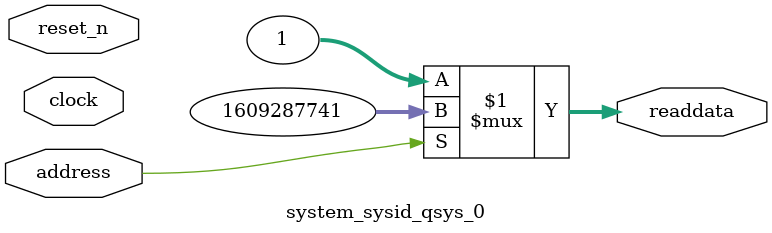
<source format=v>



// synthesis translate_off
`timescale 1ns / 1ps
// synthesis translate_on

// turn off superfluous verilog processor warnings 
// altera message_level Level1 
// altera message_off 10034 10035 10036 10037 10230 10240 10030 

module system_sysid_qsys_0 (
               // inputs:
                address,
                clock,
                reset_n,

               // outputs:
                readdata
             )
;

  output  [ 31: 0] readdata;
  input            address;
  input            clock;
  input            reset_n;

  wire    [ 31: 0] readdata;
  //control_slave, which is an e_avalon_slave
  assign readdata = address ? 1609287741 : 1;

endmodule



</source>
